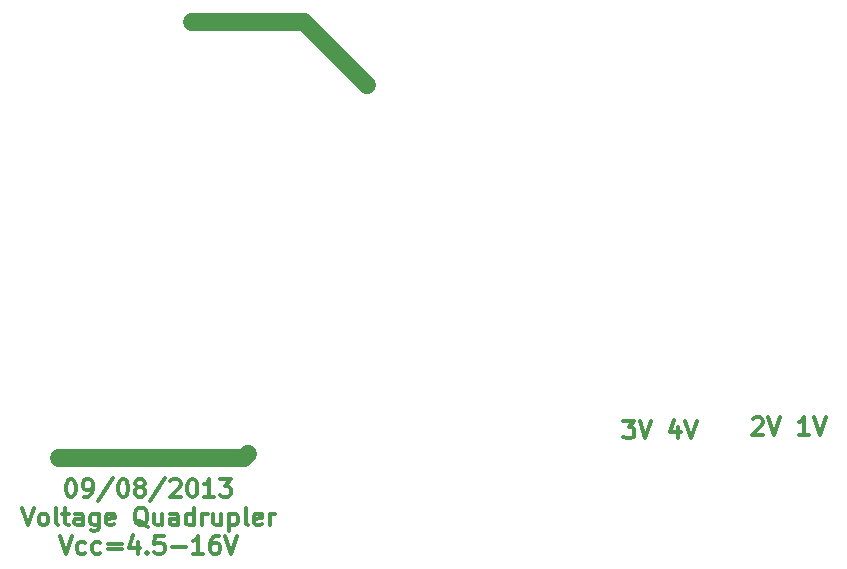
<source format=gtl>
G04 (created by PCBNEW (2013-08-24 BZR 4298)-stable) date Sun 08 Sep 2013 12:24:06 PM PDT*
%MOIN*%
G04 Gerber Fmt 3.4, Leading zero omitted, Abs format*
%FSLAX34Y34*%
G01*
G70*
G90*
G04 APERTURE LIST*
%ADD10C,0.005906*%
%ADD11C,0.011811*%
%ADD12C,0.039370*%
%ADD13C,0.059055*%
G04 APERTURE END LIST*
G54D10*
G54D11*
X55600Y-52466D02*
X55629Y-52438D01*
X55685Y-52410D01*
X55825Y-52410D01*
X55882Y-52438D01*
X55910Y-52466D01*
X55938Y-52523D01*
X55938Y-52579D01*
X55910Y-52663D01*
X55572Y-53001D01*
X55938Y-53001D01*
X56107Y-52410D02*
X56303Y-53001D01*
X56500Y-52410D01*
X57456Y-53001D02*
X57119Y-53001D01*
X57288Y-53001D02*
X57288Y-52410D01*
X57231Y-52494D01*
X57175Y-52551D01*
X57119Y-52579D01*
X57625Y-52410D02*
X57822Y-53001D01*
X58019Y-52410D01*
X51282Y-52520D02*
X51648Y-52520D01*
X51451Y-52745D01*
X51535Y-52745D01*
X51592Y-52773D01*
X51620Y-52801D01*
X51648Y-52858D01*
X51648Y-52998D01*
X51620Y-53054D01*
X51592Y-53083D01*
X51535Y-53111D01*
X51367Y-53111D01*
X51310Y-53083D01*
X51282Y-53054D01*
X51817Y-52520D02*
X52013Y-53111D01*
X52210Y-52520D01*
X53110Y-52717D02*
X53110Y-53111D01*
X52970Y-52492D02*
X52829Y-52914D01*
X53195Y-52914D01*
X53335Y-52520D02*
X53532Y-53111D01*
X53729Y-52520D01*
X32834Y-54476D02*
X32890Y-54476D01*
X32947Y-54504D01*
X32975Y-54532D01*
X33003Y-54589D01*
X33031Y-54701D01*
X33031Y-54842D01*
X33003Y-54954D01*
X32975Y-55010D01*
X32947Y-55039D01*
X32890Y-55067D01*
X32834Y-55067D01*
X32778Y-55039D01*
X32750Y-55010D01*
X32722Y-54954D01*
X32694Y-54842D01*
X32694Y-54701D01*
X32722Y-54589D01*
X32750Y-54532D01*
X32778Y-54504D01*
X32834Y-54476D01*
X33312Y-55067D02*
X33425Y-55067D01*
X33481Y-55039D01*
X33509Y-55010D01*
X33565Y-54926D01*
X33593Y-54814D01*
X33593Y-54589D01*
X33565Y-54532D01*
X33537Y-54504D01*
X33481Y-54476D01*
X33369Y-54476D01*
X33312Y-54504D01*
X33284Y-54532D01*
X33256Y-54589D01*
X33256Y-54729D01*
X33284Y-54785D01*
X33312Y-54814D01*
X33369Y-54842D01*
X33481Y-54842D01*
X33537Y-54814D01*
X33565Y-54785D01*
X33593Y-54729D01*
X34268Y-54448D02*
X33762Y-55207D01*
X34578Y-54476D02*
X34634Y-54476D01*
X34690Y-54504D01*
X34718Y-54532D01*
X34746Y-54589D01*
X34775Y-54701D01*
X34775Y-54842D01*
X34746Y-54954D01*
X34718Y-55010D01*
X34690Y-55039D01*
X34634Y-55067D01*
X34578Y-55067D01*
X34521Y-55039D01*
X34493Y-55010D01*
X34465Y-54954D01*
X34437Y-54842D01*
X34437Y-54701D01*
X34465Y-54589D01*
X34493Y-54532D01*
X34521Y-54504D01*
X34578Y-54476D01*
X35112Y-54729D02*
X35056Y-54701D01*
X35028Y-54673D01*
X35000Y-54617D01*
X35000Y-54589D01*
X35028Y-54532D01*
X35056Y-54504D01*
X35112Y-54476D01*
X35225Y-54476D01*
X35281Y-54504D01*
X35309Y-54532D01*
X35337Y-54589D01*
X35337Y-54617D01*
X35309Y-54673D01*
X35281Y-54701D01*
X35225Y-54729D01*
X35112Y-54729D01*
X35056Y-54757D01*
X35028Y-54785D01*
X35000Y-54842D01*
X35000Y-54954D01*
X35028Y-55010D01*
X35056Y-55039D01*
X35112Y-55067D01*
X35225Y-55067D01*
X35281Y-55039D01*
X35309Y-55010D01*
X35337Y-54954D01*
X35337Y-54842D01*
X35309Y-54785D01*
X35281Y-54757D01*
X35225Y-54729D01*
X36012Y-54448D02*
X35506Y-55207D01*
X36181Y-54532D02*
X36209Y-54504D01*
X36265Y-54476D01*
X36406Y-54476D01*
X36462Y-54504D01*
X36490Y-54532D01*
X36518Y-54589D01*
X36518Y-54645D01*
X36490Y-54729D01*
X36153Y-55067D01*
X36518Y-55067D01*
X36884Y-54476D02*
X36940Y-54476D01*
X36996Y-54504D01*
X37024Y-54532D01*
X37052Y-54589D01*
X37081Y-54701D01*
X37081Y-54842D01*
X37052Y-54954D01*
X37024Y-55010D01*
X36996Y-55039D01*
X36940Y-55067D01*
X36884Y-55067D01*
X36827Y-55039D01*
X36799Y-55010D01*
X36771Y-54954D01*
X36743Y-54842D01*
X36743Y-54701D01*
X36771Y-54589D01*
X36799Y-54532D01*
X36827Y-54504D01*
X36884Y-54476D01*
X37643Y-55067D02*
X37306Y-55067D01*
X37474Y-55067D02*
X37474Y-54476D01*
X37418Y-54560D01*
X37362Y-54617D01*
X37306Y-54645D01*
X37840Y-54476D02*
X38205Y-54476D01*
X38009Y-54701D01*
X38093Y-54701D01*
X38149Y-54729D01*
X38177Y-54757D01*
X38205Y-54814D01*
X38205Y-54954D01*
X38177Y-55010D01*
X38149Y-55039D01*
X38093Y-55067D01*
X37924Y-55067D01*
X37868Y-55039D01*
X37840Y-55010D01*
X31231Y-55421D02*
X31428Y-56012D01*
X31625Y-55421D01*
X31906Y-56012D02*
X31850Y-55983D01*
X31822Y-55955D01*
X31794Y-55899D01*
X31794Y-55730D01*
X31822Y-55674D01*
X31850Y-55646D01*
X31906Y-55618D01*
X31991Y-55618D01*
X32047Y-55646D01*
X32075Y-55674D01*
X32103Y-55730D01*
X32103Y-55899D01*
X32075Y-55955D01*
X32047Y-55983D01*
X31991Y-56012D01*
X31906Y-56012D01*
X32441Y-56012D02*
X32384Y-55983D01*
X32356Y-55927D01*
X32356Y-55421D01*
X32581Y-55618D02*
X32806Y-55618D01*
X32665Y-55421D02*
X32665Y-55927D01*
X32694Y-55983D01*
X32750Y-56012D01*
X32806Y-56012D01*
X33256Y-56012D02*
X33256Y-55702D01*
X33228Y-55646D01*
X33172Y-55618D01*
X33059Y-55618D01*
X33003Y-55646D01*
X33256Y-55983D02*
X33200Y-56012D01*
X33059Y-56012D01*
X33003Y-55983D01*
X32975Y-55927D01*
X32975Y-55871D01*
X33003Y-55815D01*
X33059Y-55787D01*
X33200Y-55787D01*
X33256Y-55758D01*
X33790Y-55618D02*
X33790Y-56096D01*
X33762Y-56152D01*
X33734Y-56180D01*
X33678Y-56208D01*
X33593Y-56208D01*
X33537Y-56180D01*
X33790Y-55983D02*
X33734Y-56012D01*
X33622Y-56012D01*
X33565Y-55983D01*
X33537Y-55955D01*
X33509Y-55899D01*
X33509Y-55730D01*
X33537Y-55674D01*
X33565Y-55646D01*
X33622Y-55618D01*
X33734Y-55618D01*
X33790Y-55646D01*
X34297Y-55983D02*
X34240Y-56012D01*
X34128Y-56012D01*
X34072Y-55983D01*
X34043Y-55927D01*
X34043Y-55702D01*
X34072Y-55646D01*
X34128Y-55618D01*
X34240Y-55618D01*
X34297Y-55646D01*
X34325Y-55702D01*
X34325Y-55758D01*
X34043Y-55815D01*
X35421Y-56068D02*
X35365Y-56040D01*
X35309Y-55983D01*
X35225Y-55899D01*
X35168Y-55871D01*
X35112Y-55871D01*
X35140Y-56012D02*
X35084Y-55983D01*
X35028Y-55927D01*
X35000Y-55815D01*
X35000Y-55618D01*
X35028Y-55505D01*
X35084Y-55449D01*
X35140Y-55421D01*
X35253Y-55421D01*
X35309Y-55449D01*
X35365Y-55505D01*
X35393Y-55618D01*
X35393Y-55815D01*
X35365Y-55927D01*
X35309Y-55983D01*
X35253Y-56012D01*
X35140Y-56012D01*
X35899Y-55618D02*
X35899Y-56012D01*
X35646Y-55618D02*
X35646Y-55927D01*
X35674Y-55983D01*
X35731Y-56012D01*
X35815Y-56012D01*
X35871Y-55983D01*
X35899Y-55955D01*
X36434Y-56012D02*
X36434Y-55702D01*
X36406Y-55646D01*
X36349Y-55618D01*
X36237Y-55618D01*
X36181Y-55646D01*
X36434Y-55983D02*
X36378Y-56012D01*
X36237Y-56012D01*
X36181Y-55983D01*
X36153Y-55927D01*
X36153Y-55871D01*
X36181Y-55815D01*
X36237Y-55787D01*
X36378Y-55787D01*
X36434Y-55758D01*
X36968Y-56012D02*
X36968Y-55421D01*
X36968Y-55983D02*
X36912Y-56012D01*
X36799Y-56012D01*
X36743Y-55983D01*
X36715Y-55955D01*
X36687Y-55899D01*
X36687Y-55730D01*
X36715Y-55674D01*
X36743Y-55646D01*
X36799Y-55618D01*
X36912Y-55618D01*
X36968Y-55646D01*
X37249Y-56012D02*
X37249Y-55618D01*
X37249Y-55730D02*
X37277Y-55674D01*
X37306Y-55646D01*
X37362Y-55618D01*
X37418Y-55618D01*
X37868Y-55618D02*
X37868Y-56012D01*
X37615Y-55618D02*
X37615Y-55927D01*
X37643Y-55983D01*
X37699Y-56012D01*
X37784Y-56012D01*
X37840Y-55983D01*
X37868Y-55955D01*
X38149Y-55618D02*
X38149Y-56208D01*
X38149Y-55646D02*
X38205Y-55618D01*
X38318Y-55618D01*
X38374Y-55646D01*
X38402Y-55674D01*
X38430Y-55730D01*
X38430Y-55899D01*
X38402Y-55955D01*
X38374Y-55983D01*
X38318Y-56012D01*
X38205Y-56012D01*
X38149Y-55983D01*
X38768Y-56012D02*
X38712Y-55983D01*
X38683Y-55927D01*
X38683Y-55421D01*
X39218Y-55983D02*
X39162Y-56012D01*
X39049Y-56012D01*
X38993Y-55983D01*
X38965Y-55927D01*
X38965Y-55702D01*
X38993Y-55646D01*
X39049Y-55618D01*
X39162Y-55618D01*
X39218Y-55646D01*
X39246Y-55702D01*
X39246Y-55758D01*
X38965Y-55815D01*
X39499Y-56012D02*
X39499Y-55618D01*
X39499Y-55730D02*
X39527Y-55674D01*
X39555Y-55646D01*
X39611Y-55618D01*
X39668Y-55618D01*
X32497Y-56366D02*
X32694Y-56956D01*
X32890Y-56366D01*
X33340Y-56928D02*
X33284Y-56956D01*
X33172Y-56956D01*
X33115Y-56928D01*
X33087Y-56900D01*
X33059Y-56844D01*
X33059Y-56675D01*
X33087Y-56619D01*
X33115Y-56591D01*
X33172Y-56563D01*
X33284Y-56563D01*
X33340Y-56591D01*
X33847Y-56928D02*
X33790Y-56956D01*
X33678Y-56956D01*
X33622Y-56928D01*
X33593Y-56900D01*
X33565Y-56844D01*
X33565Y-56675D01*
X33593Y-56619D01*
X33622Y-56591D01*
X33678Y-56563D01*
X33790Y-56563D01*
X33847Y-56591D01*
X34100Y-56647D02*
X34550Y-56647D01*
X34550Y-56816D02*
X34100Y-56816D01*
X35084Y-56563D02*
X35084Y-56956D01*
X34943Y-56338D02*
X34803Y-56760D01*
X35168Y-56760D01*
X35393Y-56900D02*
X35421Y-56928D01*
X35393Y-56956D01*
X35365Y-56928D01*
X35393Y-56900D01*
X35393Y-56956D01*
X35956Y-56366D02*
X35674Y-56366D01*
X35646Y-56647D01*
X35674Y-56619D01*
X35731Y-56591D01*
X35871Y-56591D01*
X35928Y-56619D01*
X35956Y-56647D01*
X35984Y-56703D01*
X35984Y-56844D01*
X35956Y-56900D01*
X35928Y-56928D01*
X35871Y-56956D01*
X35731Y-56956D01*
X35674Y-56928D01*
X35646Y-56900D01*
X36237Y-56731D02*
X36687Y-56731D01*
X37277Y-56956D02*
X36940Y-56956D01*
X37109Y-56956D02*
X37109Y-56366D01*
X37052Y-56450D01*
X36996Y-56506D01*
X36940Y-56535D01*
X37784Y-56366D02*
X37671Y-56366D01*
X37615Y-56394D01*
X37587Y-56422D01*
X37530Y-56506D01*
X37502Y-56619D01*
X37502Y-56844D01*
X37530Y-56900D01*
X37559Y-56928D01*
X37615Y-56956D01*
X37727Y-56956D01*
X37784Y-56928D01*
X37812Y-56900D01*
X37840Y-56844D01*
X37840Y-56703D01*
X37812Y-56647D01*
X37784Y-56619D01*
X37727Y-56591D01*
X37615Y-56591D01*
X37559Y-56619D01*
X37530Y-56647D01*
X37502Y-56703D01*
X38009Y-56366D02*
X38205Y-56956D01*
X38402Y-56366D01*
G54D12*
X32450Y-53768D03*
X38760Y-53640D03*
X36900Y-39250D03*
X42720Y-41340D03*
G54D13*
X38632Y-53768D02*
X32450Y-53768D01*
X38760Y-53640D02*
X38632Y-53768D01*
X40630Y-39250D02*
X36900Y-39250D01*
X42720Y-41340D02*
X40630Y-39250D01*
M02*

</source>
